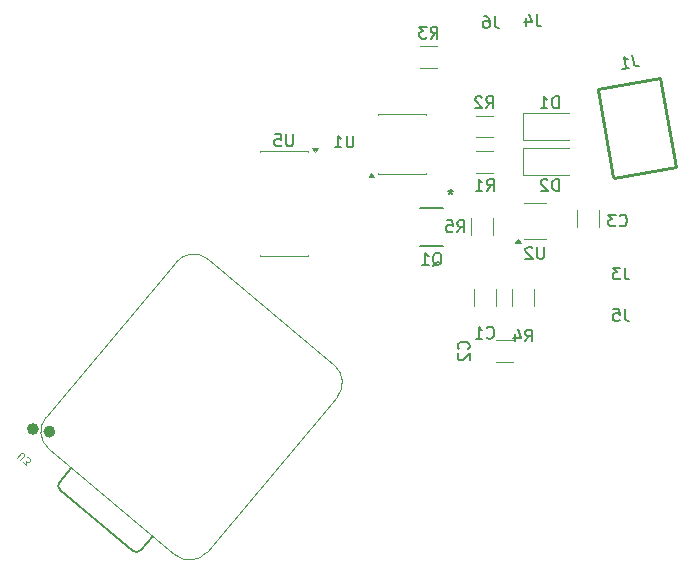
<source format=gbr>
%TF.GenerationSoftware,KiCad,Pcbnew,9.0.5*%
%TF.CreationDate,2025-11-15T18:52:14+05:30*%
%TF.ProjectId,HeartPCB_KiCad,48656172-7450-4434-925f-4b694361642e,rev?*%
%TF.SameCoordinates,Original*%
%TF.FileFunction,Legend,Bot*%
%TF.FilePolarity,Positive*%
%FSLAX46Y46*%
G04 Gerber Fmt 4.6, Leading zero omitted, Abs format (unit mm)*
G04 Created by KiCad (PCBNEW 9.0.5) date 2025-11-15 18:52:14*
%MOMM*%
%LPD*%
G01*
G04 APERTURE LIST*
%ADD10C,0.150000*%
%ADD11C,0.101600*%
%ADD12C,0.120000*%
%ADD13C,0.152400*%
%ADD14C,0.254000*%
%ADD15C,0.127000*%
%ADD16C,0.100000*%
%ADD17C,0.504001*%
%ADD18C,0.504000*%
G04 APERTURE END LIST*
D10*
X171238094Y-68954819D02*
X171238094Y-67954819D01*
X171238094Y-67954819D02*
X170999999Y-67954819D01*
X170999999Y-67954819D02*
X170857142Y-68002438D01*
X170857142Y-68002438D02*
X170761904Y-68097676D01*
X170761904Y-68097676D02*
X170714285Y-68192914D01*
X170714285Y-68192914D02*
X170666666Y-68383390D01*
X170666666Y-68383390D02*
X170666666Y-68526247D01*
X170666666Y-68526247D02*
X170714285Y-68716723D01*
X170714285Y-68716723D02*
X170761904Y-68811961D01*
X170761904Y-68811961D02*
X170857142Y-68907200D01*
X170857142Y-68907200D02*
X170999999Y-68954819D01*
X170999999Y-68954819D02*
X171238094Y-68954819D01*
X169714285Y-68954819D02*
X170285713Y-68954819D01*
X169999999Y-68954819D02*
X169999999Y-67954819D01*
X169999999Y-67954819D02*
X170095237Y-68097676D01*
X170095237Y-68097676D02*
X170190475Y-68192914D01*
X170190475Y-68192914D02*
X170285713Y-68240533D01*
X176833333Y-82454819D02*
X176833333Y-83169104D01*
X176833333Y-83169104D02*
X176880952Y-83311961D01*
X176880952Y-83311961D02*
X176976190Y-83407200D01*
X176976190Y-83407200D02*
X177119047Y-83454819D01*
X177119047Y-83454819D02*
X177214285Y-83454819D01*
X176452380Y-82454819D02*
X175833333Y-82454819D01*
X175833333Y-82454819D02*
X176166666Y-82835771D01*
X176166666Y-82835771D02*
X176023809Y-82835771D01*
X176023809Y-82835771D02*
X175928571Y-82883390D01*
X175928571Y-82883390D02*
X175880952Y-82931009D01*
X175880952Y-82931009D02*
X175833333Y-83026247D01*
X175833333Y-83026247D02*
X175833333Y-83264342D01*
X175833333Y-83264342D02*
X175880952Y-83359580D01*
X175880952Y-83359580D02*
X175928571Y-83407200D01*
X175928571Y-83407200D02*
X176023809Y-83454819D01*
X176023809Y-83454819D02*
X176309523Y-83454819D01*
X176309523Y-83454819D02*
X176404761Y-83407200D01*
X176404761Y-83407200D02*
X176452380Y-83359580D01*
X165166666Y-75954819D02*
X165499999Y-75478628D01*
X165738094Y-75954819D02*
X165738094Y-74954819D01*
X165738094Y-74954819D02*
X165357142Y-74954819D01*
X165357142Y-74954819D02*
X165261904Y-75002438D01*
X165261904Y-75002438D02*
X165214285Y-75050057D01*
X165214285Y-75050057D02*
X165166666Y-75145295D01*
X165166666Y-75145295D02*
X165166666Y-75288152D01*
X165166666Y-75288152D02*
X165214285Y-75383390D01*
X165214285Y-75383390D02*
X165261904Y-75431009D01*
X165261904Y-75431009D02*
X165357142Y-75478628D01*
X165357142Y-75478628D02*
X165738094Y-75478628D01*
X164214285Y-75954819D02*
X164785713Y-75954819D01*
X164499999Y-75954819D02*
X164499999Y-74954819D01*
X164499999Y-74954819D02*
X164595237Y-75097676D01*
X164595237Y-75097676D02*
X164690475Y-75192914D01*
X164690475Y-75192914D02*
X164785713Y-75240533D01*
X169386977Y-61019819D02*
X169386977Y-61734104D01*
X169386977Y-61734104D02*
X169434596Y-61876961D01*
X169434596Y-61876961D02*
X169529834Y-61972200D01*
X169529834Y-61972200D02*
X169672691Y-62019819D01*
X169672691Y-62019819D02*
X169767929Y-62019819D01*
X168482215Y-61353152D02*
X168482215Y-62019819D01*
X168720310Y-60972200D02*
X168958405Y-61686485D01*
X168958405Y-61686485D02*
X168339358Y-61686485D01*
X165166666Y-88359580D02*
X165214285Y-88407200D01*
X165214285Y-88407200D02*
X165357142Y-88454819D01*
X165357142Y-88454819D02*
X165452380Y-88454819D01*
X165452380Y-88454819D02*
X165595237Y-88407200D01*
X165595237Y-88407200D02*
X165690475Y-88311961D01*
X165690475Y-88311961D02*
X165738094Y-88216723D01*
X165738094Y-88216723D02*
X165785713Y-88026247D01*
X165785713Y-88026247D02*
X165785713Y-87883390D01*
X165785713Y-87883390D02*
X165738094Y-87692914D01*
X165738094Y-87692914D02*
X165690475Y-87597676D01*
X165690475Y-87597676D02*
X165595237Y-87502438D01*
X165595237Y-87502438D02*
X165452380Y-87454819D01*
X165452380Y-87454819D02*
X165357142Y-87454819D01*
X165357142Y-87454819D02*
X165214285Y-87502438D01*
X165214285Y-87502438D02*
X165166666Y-87550057D01*
X164214285Y-88454819D02*
X164785713Y-88454819D01*
X164499999Y-88454819D02*
X164499999Y-87454819D01*
X164499999Y-87454819D02*
X164595237Y-87597676D01*
X164595237Y-87597676D02*
X164690475Y-87692914D01*
X164690475Y-87692914D02*
X164785713Y-87740533D01*
X171238094Y-75954819D02*
X171238094Y-74954819D01*
X171238094Y-74954819D02*
X170999999Y-74954819D01*
X170999999Y-74954819D02*
X170857142Y-75002438D01*
X170857142Y-75002438D02*
X170761904Y-75097676D01*
X170761904Y-75097676D02*
X170714285Y-75192914D01*
X170714285Y-75192914D02*
X170666666Y-75383390D01*
X170666666Y-75383390D02*
X170666666Y-75526247D01*
X170666666Y-75526247D02*
X170714285Y-75716723D01*
X170714285Y-75716723D02*
X170761904Y-75811961D01*
X170761904Y-75811961D02*
X170857142Y-75907200D01*
X170857142Y-75907200D02*
X170999999Y-75954819D01*
X170999999Y-75954819D02*
X171238094Y-75954819D01*
X170285713Y-75050057D02*
X170238094Y-75002438D01*
X170238094Y-75002438D02*
X170142856Y-74954819D01*
X170142856Y-74954819D02*
X169904761Y-74954819D01*
X169904761Y-74954819D02*
X169809523Y-75002438D01*
X169809523Y-75002438D02*
X169761904Y-75050057D01*
X169761904Y-75050057D02*
X169714285Y-75145295D01*
X169714285Y-75145295D02*
X169714285Y-75240533D01*
X169714285Y-75240533D02*
X169761904Y-75383390D01*
X169761904Y-75383390D02*
X170333332Y-75954819D01*
X170333332Y-75954819D02*
X169714285Y-75954819D01*
X163609580Y-89333333D02*
X163657200Y-89285714D01*
X163657200Y-89285714D02*
X163704819Y-89142857D01*
X163704819Y-89142857D02*
X163704819Y-89047619D01*
X163704819Y-89047619D02*
X163657200Y-88904762D01*
X163657200Y-88904762D02*
X163561961Y-88809524D01*
X163561961Y-88809524D02*
X163466723Y-88761905D01*
X163466723Y-88761905D02*
X163276247Y-88714286D01*
X163276247Y-88714286D02*
X163133390Y-88714286D01*
X163133390Y-88714286D02*
X162942914Y-88761905D01*
X162942914Y-88761905D02*
X162847676Y-88809524D01*
X162847676Y-88809524D02*
X162752438Y-88904762D01*
X162752438Y-88904762D02*
X162704819Y-89047619D01*
X162704819Y-89047619D02*
X162704819Y-89142857D01*
X162704819Y-89142857D02*
X162752438Y-89285714D01*
X162752438Y-89285714D02*
X162800057Y-89333333D01*
X162800057Y-89714286D02*
X162752438Y-89761905D01*
X162752438Y-89761905D02*
X162704819Y-89857143D01*
X162704819Y-89857143D02*
X162704819Y-90095238D01*
X162704819Y-90095238D02*
X162752438Y-90190476D01*
X162752438Y-90190476D02*
X162800057Y-90238095D01*
X162800057Y-90238095D02*
X162895295Y-90285714D01*
X162895295Y-90285714D02*
X162990533Y-90285714D01*
X162990533Y-90285714D02*
X163133390Y-90238095D01*
X163133390Y-90238095D02*
X163704819Y-89666667D01*
X163704819Y-89666667D02*
X163704819Y-90285714D01*
X165116666Y-68954819D02*
X165449999Y-68478628D01*
X165688094Y-68954819D02*
X165688094Y-67954819D01*
X165688094Y-67954819D02*
X165307142Y-67954819D01*
X165307142Y-67954819D02*
X165211904Y-68002438D01*
X165211904Y-68002438D02*
X165164285Y-68050057D01*
X165164285Y-68050057D02*
X165116666Y-68145295D01*
X165116666Y-68145295D02*
X165116666Y-68288152D01*
X165116666Y-68288152D02*
X165164285Y-68383390D01*
X165164285Y-68383390D02*
X165211904Y-68431009D01*
X165211904Y-68431009D02*
X165307142Y-68478628D01*
X165307142Y-68478628D02*
X165688094Y-68478628D01*
X164735713Y-68050057D02*
X164688094Y-68002438D01*
X164688094Y-68002438D02*
X164592856Y-67954819D01*
X164592856Y-67954819D02*
X164354761Y-67954819D01*
X164354761Y-67954819D02*
X164259523Y-68002438D01*
X164259523Y-68002438D02*
X164211904Y-68050057D01*
X164211904Y-68050057D02*
X164164285Y-68145295D01*
X164164285Y-68145295D02*
X164164285Y-68240533D01*
X164164285Y-68240533D02*
X164211904Y-68383390D01*
X164211904Y-68383390D02*
X164783332Y-68954819D01*
X164783332Y-68954819D02*
X164164285Y-68954819D01*
X160595238Y-82300057D02*
X160690476Y-82252438D01*
X160690476Y-82252438D02*
X160785714Y-82157200D01*
X160785714Y-82157200D02*
X160928571Y-82014342D01*
X160928571Y-82014342D02*
X161023809Y-81966723D01*
X161023809Y-81966723D02*
X161119047Y-81966723D01*
X161071428Y-82204819D02*
X161166666Y-82157200D01*
X161166666Y-82157200D02*
X161261904Y-82061961D01*
X161261904Y-82061961D02*
X161309523Y-81871485D01*
X161309523Y-81871485D02*
X161309523Y-81538152D01*
X161309523Y-81538152D02*
X161261904Y-81347676D01*
X161261904Y-81347676D02*
X161166666Y-81252438D01*
X161166666Y-81252438D02*
X161071428Y-81204819D01*
X161071428Y-81204819D02*
X160880952Y-81204819D01*
X160880952Y-81204819D02*
X160785714Y-81252438D01*
X160785714Y-81252438D02*
X160690476Y-81347676D01*
X160690476Y-81347676D02*
X160642857Y-81538152D01*
X160642857Y-81538152D02*
X160642857Y-81871485D01*
X160642857Y-81871485D02*
X160690476Y-82061961D01*
X160690476Y-82061961D02*
X160785714Y-82157200D01*
X160785714Y-82157200D02*
X160880952Y-82204819D01*
X160880952Y-82204819D02*
X161071428Y-82204819D01*
X159690476Y-82204819D02*
X160261904Y-82204819D01*
X159976190Y-82204819D02*
X159976190Y-81204819D01*
X159976190Y-81204819D02*
X160071428Y-81347676D01*
X160071428Y-81347676D02*
X160166666Y-81442914D01*
X160166666Y-81442914D02*
X160261904Y-81490533D01*
X162093849Y-75803019D02*
X162093849Y-76041114D01*
X162331944Y-75945876D02*
X162093849Y-76041114D01*
X162093849Y-76041114D02*
X161855754Y-75945876D01*
X162236706Y-76231590D02*
X162093849Y-76041114D01*
X162093849Y-76041114D02*
X161950992Y-76231590D01*
X162093849Y-75803019D02*
X162093849Y-76041114D01*
X162331944Y-75945876D02*
X162093849Y-76041114D01*
X162093849Y-76041114D02*
X161855754Y-75945876D01*
X162236706Y-76231590D02*
X162093849Y-76041114D01*
X162093849Y-76041114D02*
X161950992Y-76231590D01*
X176416666Y-78859580D02*
X176464285Y-78907200D01*
X176464285Y-78907200D02*
X176607142Y-78954819D01*
X176607142Y-78954819D02*
X176702380Y-78954819D01*
X176702380Y-78954819D02*
X176845237Y-78907200D01*
X176845237Y-78907200D02*
X176940475Y-78811961D01*
X176940475Y-78811961D02*
X176988094Y-78716723D01*
X176988094Y-78716723D02*
X177035713Y-78526247D01*
X177035713Y-78526247D02*
X177035713Y-78383390D01*
X177035713Y-78383390D02*
X176988094Y-78192914D01*
X176988094Y-78192914D02*
X176940475Y-78097676D01*
X176940475Y-78097676D02*
X176845237Y-78002438D01*
X176845237Y-78002438D02*
X176702380Y-77954819D01*
X176702380Y-77954819D02*
X176607142Y-77954819D01*
X176607142Y-77954819D02*
X176464285Y-78002438D01*
X176464285Y-78002438D02*
X176416666Y-78050057D01*
X176083332Y-77954819D02*
X175464285Y-77954819D01*
X175464285Y-77954819D02*
X175797618Y-78335771D01*
X175797618Y-78335771D02*
X175654761Y-78335771D01*
X175654761Y-78335771D02*
X175559523Y-78383390D01*
X175559523Y-78383390D02*
X175511904Y-78431009D01*
X175511904Y-78431009D02*
X175464285Y-78526247D01*
X175464285Y-78526247D02*
X175464285Y-78764342D01*
X175464285Y-78764342D02*
X175511904Y-78859580D01*
X175511904Y-78859580D02*
X175559523Y-78907200D01*
X175559523Y-78907200D02*
X175654761Y-78954819D01*
X175654761Y-78954819D02*
X175940475Y-78954819D01*
X175940475Y-78954819D02*
X176035713Y-78907200D01*
X176035713Y-78907200D02*
X176083332Y-78859580D01*
X160416666Y-63054819D02*
X160749999Y-62578628D01*
X160988094Y-63054819D02*
X160988094Y-62054819D01*
X160988094Y-62054819D02*
X160607142Y-62054819D01*
X160607142Y-62054819D02*
X160511904Y-62102438D01*
X160511904Y-62102438D02*
X160464285Y-62150057D01*
X160464285Y-62150057D02*
X160416666Y-62245295D01*
X160416666Y-62245295D02*
X160416666Y-62388152D01*
X160416666Y-62388152D02*
X160464285Y-62483390D01*
X160464285Y-62483390D02*
X160511904Y-62531009D01*
X160511904Y-62531009D02*
X160607142Y-62578628D01*
X160607142Y-62578628D02*
X160988094Y-62578628D01*
X160083332Y-62054819D02*
X159464285Y-62054819D01*
X159464285Y-62054819D02*
X159797618Y-62435771D01*
X159797618Y-62435771D02*
X159654761Y-62435771D01*
X159654761Y-62435771D02*
X159559523Y-62483390D01*
X159559523Y-62483390D02*
X159511904Y-62531009D01*
X159511904Y-62531009D02*
X159464285Y-62626247D01*
X159464285Y-62626247D02*
X159464285Y-62864342D01*
X159464285Y-62864342D02*
X159511904Y-62959580D01*
X159511904Y-62959580D02*
X159559523Y-63007200D01*
X159559523Y-63007200D02*
X159654761Y-63054819D01*
X159654761Y-63054819D02*
X159940475Y-63054819D01*
X159940475Y-63054819D02*
X160035713Y-63007200D01*
X160035713Y-63007200D02*
X160083332Y-62959580D01*
X162666666Y-79454819D02*
X162999999Y-78978628D01*
X163238094Y-79454819D02*
X163238094Y-78454819D01*
X163238094Y-78454819D02*
X162857142Y-78454819D01*
X162857142Y-78454819D02*
X162761904Y-78502438D01*
X162761904Y-78502438D02*
X162714285Y-78550057D01*
X162714285Y-78550057D02*
X162666666Y-78645295D01*
X162666666Y-78645295D02*
X162666666Y-78788152D01*
X162666666Y-78788152D02*
X162714285Y-78883390D01*
X162714285Y-78883390D02*
X162761904Y-78931009D01*
X162761904Y-78931009D02*
X162857142Y-78978628D01*
X162857142Y-78978628D02*
X163238094Y-78978628D01*
X161761904Y-78454819D02*
X162238094Y-78454819D01*
X162238094Y-78454819D02*
X162285713Y-78931009D01*
X162285713Y-78931009D02*
X162238094Y-78883390D01*
X162238094Y-78883390D02*
X162142856Y-78835771D01*
X162142856Y-78835771D02*
X161904761Y-78835771D01*
X161904761Y-78835771D02*
X161809523Y-78883390D01*
X161809523Y-78883390D02*
X161761904Y-78931009D01*
X161761904Y-78931009D02*
X161714285Y-79026247D01*
X161714285Y-79026247D02*
X161714285Y-79264342D01*
X161714285Y-79264342D02*
X161761904Y-79359580D01*
X161761904Y-79359580D02*
X161809523Y-79407200D01*
X161809523Y-79407200D02*
X161904761Y-79454819D01*
X161904761Y-79454819D02*
X162142856Y-79454819D01*
X162142856Y-79454819D02*
X162238094Y-79407200D01*
X162238094Y-79407200D02*
X162285713Y-79359580D01*
X176833333Y-85954819D02*
X176833333Y-86669104D01*
X176833333Y-86669104D02*
X176880952Y-86811961D01*
X176880952Y-86811961D02*
X176976190Y-86907200D01*
X176976190Y-86907200D02*
X177119047Y-86954819D01*
X177119047Y-86954819D02*
X177214285Y-86954819D01*
X175880952Y-85954819D02*
X176357142Y-85954819D01*
X176357142Y-85954819D02*
X176404761Y-86431009D01*
X176404761Y-86431009D02*
X176357142Y-86383390D01*
X176357142Y-86383390D02*
X176261904Y-86335771D01*
X176261904Y-86335771D02*
X176023809Y-86335771D01*
X176023809Y-86335771D02*
X175928571Y-86383390D01*
X175928571Y-86383390D02*
X175880952Y-86431009D01*
X175880952Y-86431009D02*
X175833333Y-86526247D01*
X175833333Y-86526247D02*
X175833333Y-86764342D01*
X175833333Y-86764342D02*
X175880952Y-86859580D01*
X175880952Y-86859580D02*
X175928571Y-86907200D01*
X175928571Y-86907200D02*
X176023809Y-86954819D01*
X176023809Y-86954819D02*
X176261904Y-86954819D01*
X176261904Y-86954819D02*
X176357142Y-86907200D01*
X176357142Y-86907200D02*
X176404761Y-86859580D01*
X165833333Y-61154819D02*
X165833333Y-61869104D01*
X165833333Y-61869104D02*
X165880952Y-62011961D01*
X165880952Y-62011961D02*
X165976190Y-62107200D01*
X165976190Y-62107200D02*
X166119047Y-62154819D01*
X166119047Y-62154819D02*
X166214285Y-62154819D01*
X164928571Y-61154819D02*
X165119047Y-61154819D01*
X165119047Y-61154819D02*
X165214285Y-61202438D01*
X165214285Y-61202438D02*
X165261904Y-61250057D01*
X165261904Y-61250057D02*
X165357142Y-61392914D01*
X165357142Y-61392914D02*
X165404761Y-61583390D01*
X165404761Y-61583390D02*
X165404761Y-61964342D01*
X165404761Y-61964342D02*
X165357142Y-62059580D01*
X165357142Y-62059580D02*
X165309523Y-62107200D01*
X165309523Y-62107200D02*
X165214285Y-62154819D01*
X165214285Y-62154819D02*
X165023809Y-62154819D01*
X165023809Y-62154819D02*
X164928571Y-62107200D01*
X164928571Y-62107200D02*
X164880952Y-62059580D01*
X164880952Y-62059580D02*
X164833333Y-61964342D01*
X164833333Y-61964342D02*
X164833333Y-61726247D01*
X164833333Y-61726247D02*
X164880952Y-61631009D01*
X164880952Y-61631009D02*
X164928571Y-61583390D01*
X164928571Y-61583390D02*
X165023809Y-61535771D01*
X165023809Y-61535771D02*
X165214285Y-61535771D01*
X165214285Y-61535771D02*
X165309523Y-61583390D01*
X165309523Y-61583390D02*
X165357142Y-61631009D01*
X165357142Y-61631009D02*
X165404761Y-61726247D01*
X168416666Y-88704819D02*
X168749999Y-88228628D01*
X168988094Y-88704819D02*
X168988094Y-87704819D01*
X168988094Y-87704819D02*
X168607142Y-87704819D01*
X168607142Y-87704819D02*
X168511904Y-87752438D01*
X168511904Y-87752438D02*
X168464285Y-87800057D01*
X168464285Y-87800057D02*
X168416666Y-87895295D01*
X168416666Y-87895295D02*
X168416666Y-88038152D01*
X168416666Y-88038152D02*
X168464285Y-88133390D01*
X168464285Y-88133390D02*
X168511904Y-88181009D01*
X168511904Y-88181009D02*
X168607142Y-88228628D01*
X168607142Y-88228628D02*
X168988094Y-88228628D01*
X167559523Y-88038152D02*
X167559523Y-88704819D01*
X167797618Y-87657200D02*
X168035713Y-88371485D01*
X168035713Y-88371485D02*
X167416666Y-88371485D01*
X177465892Y-64452947D02*
X177589927Y-65156381D01*
X177589927Y-65156381D02*
X177661629Y-65288799D01*
X177661629Y-65288799D02*
X177771958Y-65366053D01*
X177771958Y-65366053D02*
X177920914Y-65388141D01*
X177920914Y-65388141D02*
X178014705Y-65371603D01*
X176654732Y-65611403D02*
X177217480Y-65512176D01*
X176936106Y-65561790D02*
X176762458Y-64576982D01*
X176762458Y-64576982D02*
X176881056Y-64701131D01*
X176881056Y-64701131D02*
X176991385Y-64778384D01*
X176991385Y-64778384D02*
X177093445Y-64808742D01*
D11*
X125400237Y-98538740D02*
X125730660Y-98144957D01*
X125730660Y-98144957D02*
X125792697Y-98118066D01*
X125792697Y-98118066D02*
X125835297Y-98114339D01*
X125835297Y-98114339D02*
X125901062Y-98130049D01*
X125901062Y-98130049D02*
X125993716Y-98207795D01*
X125993716Y-98207795D02*
X126020607Y-98269832D01*
X126020607Y-98269832D02*
X126024334Y-98312433D01*
X126024334Y-98312433D02*
X126008625Y-98378197D01*
X126008625Y-98378197D02*
X125678201Y-98771980D01*
X125863511Y-98927474D02*
X126164639Y-99180150D01*
X126164639Y-99180150D02*
X126157987Y-98858784D01*
X126157987Y-98858784D02*
X126227478Y-98917094D01*
X126227478Y-98917094D02*
X126293242Y-98932803D01*
X126293242Y-98932803D02*
X126335842Y-98929076D01*
X126335842Y-98929076D02*
X126397879Y-98902186D01*
X126397879Y-98902186D02*
X126495063Y-98786367D01*
X126495063Y-98786367D02*
X126510772Y-98720603D01*
X126510772Y-98720603D02*
X126507045Y-98678002D01*
X126507045Y-98678002D02*
X126480155Y-98615965D01*
X126480155Y-98615965D02*
X126341172Y-98499345D01*
X126341172Y-98499345D02*
X126275408Y-98483636D01*
X126275408Y-98483636D02*
X126232808Y-98487363D01*
D10*
X148761904Y-71174819D02*
X148761904Y-71984342D01*
X148761904Y-71984342D02*
X148714285Y-72079580D01*
X148714285Y-72079580D02*
X148666666Y-72127200D01*
X148666666Y-72127200D02*
X148571428Y-72174819D01*
X148571428Y-72174819D02*
X148380952Y-72174819D01*
X148380952Y-72174819D02*
X148285714Y-72127200D01*
X148285714Y-72127200D02*
X148238095Y-72079580D01*
X148238095Y-72079580D02*
X148190476Y-71984342D01*
X148190476Y-71984342D02*
X148190476Y-71174819D01*
X147238095Y-71174819D02*
X147714285Y-71174819D01*
X147714285Y-71174819D02*
X147761904Y-71651009D01*
X147761904Y-71651009D02*
X147714285Y-71603390D01*
X147714285Y-71603390D02*
X147619047Y-71555771D01*
X147619047Y-71555771D02*
X147380952Y-71555771D01*
X147380952Y-71555771D02*
X147285714Y-71603390D01*
X147285714Y-71603390D02*
X147238095Y-71651009D01*
X147238095Y-71651009D02*
X147190476Y-71746247D01*
X147190476Y-71746247D02*
X147190476Y-71984342D01*
X147190476Y-71984342D02*
X147238095Y-72079580D01*
X147238095Y-72079580D02*
X147285714Y-72127200D01*
X147285714Y-72127200D02*
X147380952Y-72174819D01*
X147380952Y-72174819D02*
X147619047Y-72174819D01*
X147619047Y-72174819D02*
X147714285Y-72127200D01*
X147714285Y-72127200D02*
X147761904Y-72079580D01*
X170011904Y-80704819D02*
X170011904Y-81514342D01*
X170011904Y-81514342D02*
X169964285Y-81609580D01*
X169964285Y-81609580D02*
X169916666Y-81657200D01*
X169916666Y-81657200D02*
X169821428Y-81704819D01*
X169821428Y-81704819D02*
X169630952Y-81704819D01*
X169630952Y-81704819D02*
X169535714Y-81657200D01*
X169535714Y-81657200D02*
X169488095Y-81609580D01*
X169488095Y-81609580D02*
X169440476Y-81514342D01*
X169440476Y-81514342D02*
X169440476Y-80704819D01*
X169011904Y-80800057D02*
X168964285Y-80752438D01*
X168964285Y-80752438D02*
X168869047Y-80704819D01*
X168869047Y-80704819D02*
X168630952Y-80704819D01*
X168630952Y-80704819D02*
X168535714Y-80752438D01*
X168535714Y-80752438D02*
X168488095Y-80800057D01*
X168488095Y-80800057D02*
X168440476Y-80895295D01*
X168440476Y-80895295D02*
X168440476Y-80990533D01*
X168440476Y-80990533D02*
X168488095Y-81133390D01*
X168488095Y-81133390D02*
X169059523Y-81704819D01*
X169059523Y-81704819D02*
X168440476Y-81704819D01*
X153861904Y-71279819D02*
X153861904Y-72089342D01*
X153861904Y-72089342D02*
X153814285Y-72184580D01*
X153814285Y-72184580D02*
X153766666Y-72232200D01*
X153766666Y-72232200D02*
X153671428Y-72279819D01*
X153671428Y-72279819D02*
X153480952Y-72279819D01*
X153480952Y-72279819D02*
X153385714Y-72232200D01*
X153385714Y-72232200D02*
X153338095Y-72184580D01*
X153338095Y-72184580D02*
X153290476Y-72089342D01*
X153290476Y-72089342D02*
X153290476Y-71279819D01*
X152290476Y-72279819D02*
X152861904Y-72279819D01*
X152576190Y-72279819D02*
X152576190Y-71279819D01*
X152576190Y-71279819D02*
X152671428Y-71422676D01*
X152671428Y-71422676D02*
X152766666Y-71517914D01*
X152766666Y-71517914D02*
X152861904Y-71565533D01*
D12*
%TO.C,D1*%
X168215000Y-69365000D02*
X172100000Y-69365000D01*
X168215000Y-71635000D02*
X168215000Y-69365000D01*
X172100000Y-71635000D02*
X168215000Y-71635000D01*
%TO.C,R1*%
X165727064Y-72590000D02*
X164272936Y-72590000D01*
X165727064Y-74410000D02*
X164272936Y-74410000D01*
%TO.C,C1*%
X164090000Y-85711252D02*
X164090000Y-84288748D01*
X165910000Y-85711252D02*
X165910000Y-84288748D01*
%TO.C,D2*%
X168215000Y-72365000D02*
X172100000Y-72365000D01*
X168215000Y-74635000D02*
X168215000Y-72365000D01*
X172100000Y-74635000D02*
X168215000Y-74635000D01*
%TO.C,C2*%
X165976248Y-88590000D02*
X167398752Y-88590000D01*
X165976248Y-90410000D02*
X167398752Y-90410000D01*
%TO.C,R2*%
X165727064Y-69590000D02*
X164272936Y-69590000D01*
X165727064Y-71410000D02*
X164272936Y-71410000D01*
D13*
%TO.C,Q1*%
X159522100Y-77361700D02*
X161477900Y-77361700D01*
X161477900Y-80638300D02*
X159522100Y-80638300D01*
D12*
%TO.C,C3*%
X172840000Y-77601248D02*
X172840000Y-79023752D01*
X174660000Y-77601248D02*
X174660000Y-79023752D01*
%TO.C,R3*%
X159522936Y-63690000D02*
X160977064Y-63690000D01*
X159522936Y-65510000D02*
X160977064Y-65510000D01*
%TO.C,R5*%
X163840000Y-79727064D02*
X163840000Y-78272936D01*
X165660000Y-79727064D02*
X165660000Y-78272936D01*
%TO.C,R4*%
X167340000Y-84272936D02*
X167340000Y-85727064D01*
X169160000Y-84272936D02*
X169160000Y-85727064D01*
D14*
%TO.C,J1*%
X174571129Y-67359963D02*
X179824094Y-66433724D01*
X175883909Y-74805110D02*
X174581548Y-67419052D01*
X179824094Y-66433724D02*
X181147293Y-73937959D01*
X181147293Y-73937959D02*
X175894328Y-74864198D01*
D15*
%TO.C,U3*%
X129055563Y-101282838D02*
X135180296Y-106422100D01*
X129983929Y-99397478D02*
X128993759Y-100578630D01*
X135884712Y-106360471D02*
X136877959Y-105178340D01*
D16*
X138788131Y-106769416D02*
X128086490Y-97789673D01*
X138788131Y-106769416D02*
X128086490Y-97789673D01*
X138788131Y-106769416D02*
X128086490Y-97789673D01*
X138795192Y-106768798D02*
X128093551Y-97789055D01*
X138872279Y-81972016D02*
X127851686Y-95105848D01*
X138879340Y-81971398D02*
X127858747Y-95105230D01*
X141556104Y-81737211D02*
X152257745Y-90716954D01*
X141563165Y-81736594D02*
X152264806Y-90716337D01*
X152492549Y-93400779D02*
X141471956Y-106534611D01*
X152499611Y-93400162D02*
X141479017Y-106533994D01*
X128083919Y-97792737D02*
G75*
G02*
X127849115Y-95108912I1224527J1459316D01*
G01*
X128090980Y-97792119D02*
G75*
G02*
X127856176Y-95108294I1224512J1459315D01*
G01*
D15*
X129055563Y-101282838D02*
G75*
G02*
X128993760Y-100578631I321600J383040D01*
G01*
X135884712Y-106360471D02*
G75*
G02*
X135180295Y-106422101I-383025J321414D01*
G01*
D16*
X138872279Y-81972016D02*
G75*
G02*
X141556104Y-81737211I1459315J-1224512D01*
G01*
X138879340Y-81971398D02*
G75*
G02*
X141563165Y-81736594I1459315J-1224512D01*
G01*
X141471956Y-106534611D02*
G75*
G02*
X138788134Y-106769413I-1459316J1224553D01*
G01*
X141479017Y-106533994D02*
G75*
G02*
X138795192Y-106768798I-1459315J1224511D01*
G01*
X152257745Y-90716954D02*
G75*
G02*
X152492550Y-93400780I-1224493J-1459314D01*
G01*
X152264806Y-90716337D02*
G75*
G02*
X152499610Y-93400161I-1224510J-1459314D01*
G01*
D17*
X126985706Y-96111502D02*
G75*
G02*
X126481706Y-96111502I-252000J0D01*
G01*
X126481706Y-96111502D02*
G75*
G02*
X126985706Y-96111502I252000J0D01*
G01*
D18*
X126992767Y-96110885D02*
G75*
G02*
X126488767Y-96110885I-252000J0D01*
G01*
X126488767Y-96110885D02*
G75*
G02*
X126992767Y-96110885I252000J0D01*
G01*
X128382717Y-96339925D02*
G75*
G02*
X127878717Y-96339925I-252000J0D01*
G01*
X127878717Y-96339925D02*
G75*
G02*
X128382717Y-96339925I252000J0D01*
G01*
D12*
%TO.C,U5*%
X145940000Y-72565000D02*
X145940000Y-72630000D01*
X145940000Y-81370000D02*
X145940000Y-81435000D01*
X145940000Y-81435000D02*
X150060000Y-81435000D01*
X150060000Y-72565000D02*
X145940000Y-72565000D01*
X150060000Y-72630000D02*
X150060000Y-72565000D01*
X150060000Y-81435000D02*
X150060000Y-81370000D01*
X150600000Y-72630000D02*
X150360000Y-72300000D01*
X150840000Y-72300000D01*
X150600000Y-72630000D01*
G36*
X150600000Y-72630000D02*
G01*
X150360000Y-72300000D01*
X150840000Y-72300000D01*
X150600000Y-72630000D01*
G37*
%TO.C,U2*%
X168340000Y-76940000D02*
X168340000Y-76990000D01*
X168340000Y-80010000D02*
X168340000Y-80060000D01*
X168340000Y-80060000D02*
X170160000Y-80060000D01*
X170160000Y-76940000D02*
X168340000Y-76940000D01*
X170160000Y-76990000D02*
X170160000Y-76940000D01*
X170160000Y-80060000D02*
X170160000Y-80010000D01*
X168040000Y-80340000D02*
X167560000Y-80340000D01*
X167800000Y-80010000D01*
X168040000Y-80340000D01*
G36*
X168040000Y-80340000D02*
G01*
X167560000Y-80340000D01*
X167800000Y-80010000D01*
X168040000Y-80340000D01*
G37*
%TO.C,U1*%
X155940000Y-69440000D02*
X155940000Y-69535000D01*
X155940000Y-74465000D02*
X155940000Y-74560000D01*
X155940000Y-74560000D02*
X160060000Y-74560000D01*
X160060000Y-69440000D02*
X155940000Y-69440000D01*
X160060000Y-69535000D02*
X160060000Y-69440000D01*
X160060000Y-74560000D02*
X160060000Y-74465000D01*
X155640000Y-74800000D02*
X155160000Y-74800000D01*
X155400000Y-74470000D01*
X155640000Y-74800000D01*
G36*
X155640000Y-74800000D02*
G01*
X155160000Y-74800000D01*
X155400000Y-74470000D01*
X155640000Y-74800000D01*
G37*
%TD*%
M02*

</source>
